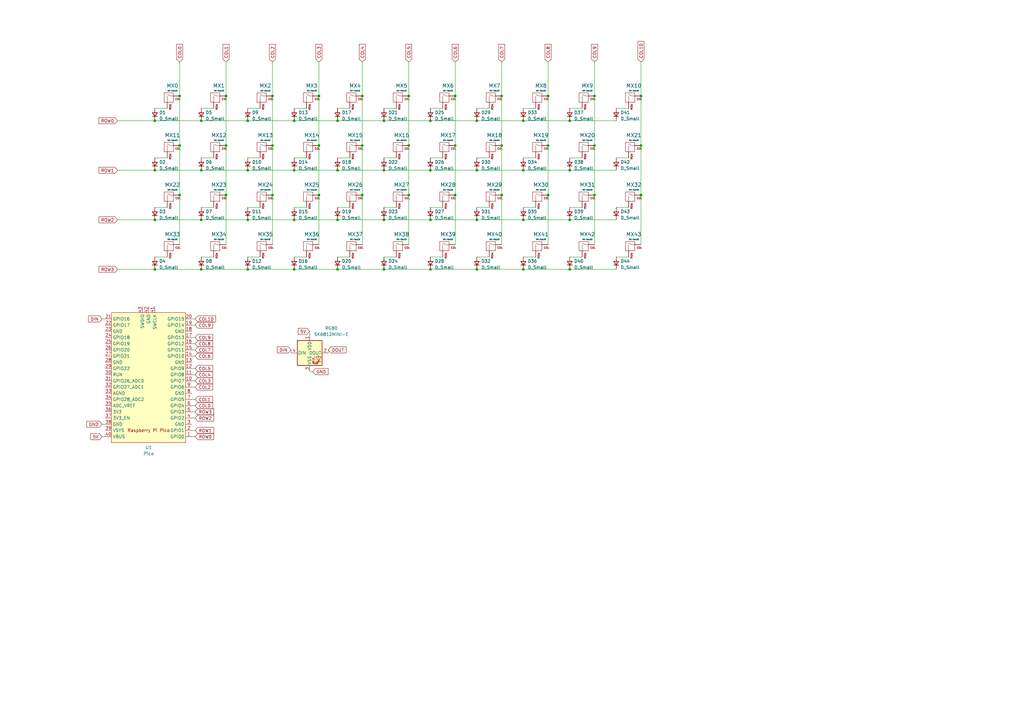
<source format=kicad_sch>
(kicad_sch (version 20211123) (generator eeschema)
  (paper "A3")
  (lib_symbols
    (symbol "Device:D_Small" (pin_numbers hide) (pin_names (offset 0.254) hide)
      (property "Reference" "D" (at -1.27 2.032 0))
      (property "Value" "D_Small" (at -3.81 -2.032 0))
      (symbol "D_Small_0_1"
        (polyline (pts (xy -0.762 -1.016) (xy -0.762 1.016)) (stroke (width 0.254)))
        (polyline (pts (xy -0.762 0) (xy 0.762 0)))
        (polyline (pts (xy 0.762 -1.016) (xy -0.762 0) (xy 0.762 1.016) (xy 0.762 -1.016)) (stroke (width 0.254)))
      )
      (symbol "D_Small_1_1"
        (pin passive line (at -2.54 0 0) (length 1.778) (name "K") (number "1"))
        (pin passive line (at 2.54 0 180) (length 1.778) (name "A") (number "2"))
      )
    )
    (symbol "MCU_RaspberryPi_and_Boards:Pico"
      (property "Reference" "U" (at -13.97 27.94 0))
      (property "Value" "Pico" (at 0 19.05 0))
      (symbol "Pico_0_0"
        (text "Raspberry Pi Pico" (at 0 21.59 0) (effects (font (size 1.27 1.27))))
      )
      (symbol "Pico_0_1"
        (rectangle (start -15.24 26.67) (end 15.24 -26.67) (fill (type background)))
      )
      (symbol "Pico_1_1"
        (pin bidirectional line (at -17.78 24.13 0) (length 2.54) (name "GPIO0") (number "1"))
        (pin bidirectional line (at -17.78 1.27 0) (length 2.54) (name "GPIO7") (number "10"))
        (pin bidirectional line (at -17.78 -1.27 0) (length 2.54) (name "GPIO8") (number "11"))
        (pin bidirectional line (at -17.78 -3.81 0) (length 2.54) (name "GPIO9") (number "12"))
        (pin power_in line (at -17.78 -6.35 0) (length 2.54) (name "GND") (number "13"))
        (pin bidirectional line (at -17.78 -8.89 0) (length 2.54) (name "GPIO10") (number "14"))
        (pin bidirectional line (at -17.78 -11.43 0) (length 2.54) (name "GPIO11") (number "15"))
        (pin bidirectional line (at -17.78 -13.97 0) (length 2.54) (name "GPIO12") (number "16"))
        (pin bidirectional line (at -17.78 -16.51 0) (length 2.54) (name "GPIO13") (number "17"))
        (pin power_in line (at -17.78 -19.05 0) (length 2.54) (name "GND") (number "18"))
        (pin bidirectional line (at -17.78 -21.59 0) (length 2.54) (name "GPIO14") (number "19"))
        (pin bidirectional line (at -17.78 21.59 0) (length 2.54) (name "GPIO1") (number "2"))
        (pin bidirectional line (at -17.78 -24.13 0) (length 2.54) (name "GPIO15") (number "20"))
        (pin bidirectional line (at 17.78 -24.13 180) (length 2.54) (name "GPIO16") (number "21"))
        (pin bidirectional line (at 17.78 -21.59 180) (length 2.54) (name "GPIO17") (number "22"))
        (pin power_in line (at 17.78 -19.05 180) (length 2.54) (name "GND") (number "23"))
        (pin bidirectional line (at 17.78 -16.51 180) (length 2.54) (name "GPIO18") (number "24"))
        (pin bidirectional line (at 17.78 -13.97 180) (length 2.54) (name "GPIO19") (number "25"))
        (pin bidirectional line (at 17.78 -11.43 180) (length 2.54) (name "GPIO20") (number "26"))
        (pin bidirectional line (at 17.78 -8.89 180) (length 2.54) (name "GPIO21") (number "27"))
        (pin power_in line (at 17.78 -6.35 180) (length 2.54) (name "GND") (number "28"))
        (pin bidirectional line (at 17.78 -3.81 180) (length 2.54) (name "GPIO22") (number "29"))
        (pin power_in line (at -17.78 19.05 0) (length 2.54) (name "GND") (number "3"))
        (pin input line (at 17.78 -1.27 180) (length 2.54) (name "RUN") (number "30"))
        (pin bidirectional line (at 17.78 1.27 180) (length 2.54) (name "GPIO26_ADC0") (number "31"))
        (pin bidirectional line (at 17.78 3.81 180) (length 2.54) (name "GPIO27_ADC1") (number "32"))
        (pin power_in line (at 17.78 6.35 180) (length 2.54) (name "AGND") (number "33"))
        (pin bidirectional line (at 17.78 8.89 180) (length 2.54) (name "GPIO28_ADC2") (number "34"))
        (pin power_in line (at 17.78 11.43 180) (length 2.54) (name "ADC_VREF") (number "35"))
        (pin power_in line (at 17.78 13.97 180) (length 2.54) (name "3V3") (number "36"))
        (pin input line (at 17.78 16.51 180) (length 2.54) (name "3V3_EN") (number "37"))
        (pin bidirectional line (at 17.78 19.05 180) (length 2.54) (name "GND") (number "38"))
        (pin power_in line (at 17.78 21.59 180) (length 2.54) (name "VSYS") (number "39"))
        (pin bidirectional line (at -17.78 16.51 0) (length 2.54) (name "GPIO2") (number "4"))
        (pin power_in line (at 17.78 24.13 180) (length 2.54) (name "VBUS") (number "40"))
        (pin input line (at -2.54 -29.21 90) (length 2.54) (name "SWCLK") (number "41"))
        (pin power_in line (at 0 -29.21 90) (length 2.54) (name "GND") (number "42"))
        (pin bidirectional line (at 2.54 -29.21 90) (length 2.54) (name "SWDIO") (number "43"))
        (pin bidirectional line (at -17.78 13.97 0) (length 2.54) (name "GPIO3") (number "5"))
        (pin bidirectional line (at -17.78 11.43 0) (length 2.54) (name "GPIO4") (number "6"))
        (pin bidirectional line (at -17.78 8.89 0) (length 2.54) (name "GPIO5") (number "7"))
        (pin power_in line (at -17.78 6.35 0) (length 2.54) (name "GND") (number "8"))
        (pin bidirectional line (at -17.78 3.81 0) (length 2.54) (name "GPIO6") (number "9"))
      )
    )
    (symbol "MX_Alps_Hybrid:MX-NoLED" (pin_names (offset 1.016))
      (property "Reference" "MX" (at -0.635 3.81 0))
      (property "Value" "MX-NoLED" (at -0.635 1.27 0))
      (symbol "MX-NoLED_0_0"
        (rectangle (start -2.54 2.54) (end 1.27 -1.27))
        (polyline (pts (xy -1.27 -1.27) (xy -1.27 1.27)) (stroke (width 0.127)))
        (polyline (pts (xy 1.27 1.27) (xy 0 1.27) (xy -1.27 1.905)) (stroke (width 0.127)))
        (text "COL" (at 3.175 0 0) (effects (font (size 0.762 0.762))))
        (text "ROW" (at 0 -1.905 900) (effects (font (size 0.762 0.762)) (justify right)))
      )
      (symbol "MX-NoLED_1_1"
        (pin passive line (at 3.81 1.27 180) (length 2.54) (name "COL") (number "1"))
        (pin passive line (at -1.27 -3.81 90) (length 2.54) (name "ROW") (number "2"))
      )
    )
    (symbol "kicad-keyboard-parts:SK6812MINI-E" (pin_names (offset 0.254))
      (property "Reference" "D" (at 5.08 5.715 0))
      (property "Value" "SK6812MINI-E" (at 1.27 -5.715 0))
      (symbol "SK6812MINI-E_0_0"
        (text "RGB" (at 2.286 -4.191 0) (effects (font (size 0.762 0.762))))
      )
      (symbol "SK6812MINI-E_0_1"
        (polyline (pts (xy 1.27 -3.556) (xy 1.778 -3.556)))
        (polyline (pts (xy 1.27 -2.54) (xy 1.778 -2.54)))
        (polyline (pts (xy 4.699 -3.556) (xy 2.667 -3.556)))
        (polyline (pts (xy 2.286 -2.54) (xy 1.27 -3.556) (xy 1.27 -3.048)))
        (polyline (pts (xy 2.286 -1.524) (xy 1.27 -2.54) (xy 1.27 -2.032)))
        (polyline (pts (xy 3.683 -1.016) (xy 3.683 -3.556) (xy 3.683 -4.064)))
        (polyline (pts (xy 4.699 -1.524) (xy 2.667 -1.524) (xy 3.683 -3.556) (xy 4.699 -1.524)))
        (rectangle (start 5.08 5.08) (end -5.08 -5.08) (stroke (width 0.254)) (fill (type background)))
      )
      (symbol "SK6812MINI-E_1_1"
        (pin power_in line (at 0 7.62 270) (length 2.54) (name "VDD") (number "1"))
        (pin output line (at 7.62 0 180) (length 2.54) (name "DOUT") (number "2"))
        (pin power_in line (at 0 -7.62 90) (length 2.54) (name "VSS") (number "3"))
        (pin input line (at -7.62 0 0) (length 2.54) (name "DIN") (number "4"))
      )
    )
  )
  (junction (at 224.79 80.01))
  (junction (at 63.5 90.17))
  (junction (at 224.79 59.69))
  (junction (at 243.84 59.69))
  (junction (at 195.58 110.49))
  (junction (at 205.74 80.01))
  (junction (at 148.59 59.69))
  (junction (at 63.5 69.85))
  (junction (at 167.64 59.69))
  (junction (at 92.71 39.37))
  (junction (at 130.81 80.01))
  (junction (at 157.48 49.53))
  (junction (at 233.68 49.53))
  (junction (at 138.43 49.53))
  (junction (at 157.48 110.49))
  (junction (at 120.65 110.49))
  (junction (at 176.53 49.53))
  (junction (at 186.69 59.69))
  (junction (at 63.5 110.49))
  (junction (at 63.5 49.53))
  (junction (at 73.66 39.37))
  (junction (at 243.84 80.01))
  (junction (at 195.58 49.53))
  (junction (at 138.43 110.49))
  (junction (at 82.55 90.17))
  (junction (at 111.76 39.37))
  (junction (at 167.64 80.01))
  (junction (at 111.76 80.01))
  (junction (at 101.6 69.85))
  (junction (at 138.43 69.85))
  (junction (at 120.65 90.17))
  (junction (at 101.6 49.53))
  (junction (at 186.69 39.37))
  (junction (at 130.81 39.37))
  (junction (at 262.89 59.69))
  (junction (at 233.68 90.17))
  (junction (at 214.63 49.53))
  (junction (at 233.68 110.49))
  (junction (at 224.79 39.37))
  (junction (at 176.53 110.49))
  (junction (at 214.63 90.17))
  (junction (at 176.53 69.85))
  (junction (at 82.55 110.49))
  (junction (at 195.58 69.85))
  (junction (at 111.76 59.69))
  (junction (at 73.66 80.01))
  (junction (at 138.43 90.17))
  (junction (at 233.68 69.85))
  (junction (at 120.65 69.85))
  (junction (at 157.48 69.85))
  (junction (at 130.81 59.69))
  (junction (at 148.59 39.37))
  (junction (at 82.55 49.53))
  (junction (at 205.74 59.69))
  (junction (at 92.71 59.69))
  (junction (at 186.69 80.01))
  (junction (at 120.65 49.53))
  (junction (at 101.6 110.49))
  (junction (at 167.64 39.37))
  (junction (at 243.84 39.37))
  (junction (at 82.55 69.85))
  (junction (at 148.59 80.01))
  (junction (at 205.74 39.37))
  (junction (at 92.71 80.01))
  (junction (at 214.63 69.85))
  (junction (at 195.58 90.17))
  (junction (at 262.89 80.01))
  (junction (at 214.63 110.49))
  (junction (at 157.48 90.17))
  (junction (at 101.6 90.17))
  (junction (at 262.89 39.37))
  (junction (at 73.66 59.69))
  (junction (at 176.53 90.17))
  (wire (pts (xy 82.55 85.09) (xy 87.63 85.09)))
  (wire (pts (xy 157.48 105.41) (xy 162.56 105.41)))
  (wire (pts (xy 214.63 64.77) (xy 219.71 64.77)))
  (wire (pts (xy 120.65 110.49) (xy 138.43 110.49)))
  (wire (pts (xy 195.58 64.77) (xy 200.66 64.77)))
  (wire (pts (xy 205.74 80.01) (xy 205.74 59.69)))
  (wire (pts (xy 167.64 25.4) (xy 167.64 39.37)))
  (wire (pts (xy 224.79 39.37) (xy 224.79 59.69)))
  (wire (pts (xy 195.58 85.09) (xy 200.66 85.09)))
  (wire (pts (xy 186.69 39.37) (xy 186.69 59.69)))
  (wire (pts (xy 233.68 105.41) (xy 238.76 105.41)))
  (wire (pts (xy 120.65 44.45) (xy 125.73 44.45)))
  (wire (pts (xy 63.5 49.53) (xy 82.55 49.53)))
  (wire (pts (xy 224.79 25.4) (xy 224.79 39.37)))
  (wire (pts (xy 157.48 69.85) (xy 176.53 69.85)))
  (wire (pts (xy 186.69 80.01) (xy 186.69 100.33)))
  (wire (pts (xy 63.5 110.49) (xy 82.55 110.49)))
  (wire (pts (xy 195.58 90.17) (xy 214.63 90.17)))
  (wire (pts (xy 176.53 64.77) (xy 181.61 64.77)))
  (wire (pts (xy 138.43 49.53) (xy 157.48 49.53)))
  (wire (pts (xy 78.74 153.67) (xy 80.01 153.67)))
  (wire (pts (xy 120.65 49.53) (xy 138.43 49.53)))
  (wire (pts (xy 176.53 85.09) (xy 181.61 85.09)))
  (wire (pts (xy 195.58 44.45) (xy 200.66 44.45)))
  (wire (pts (xy 157.48 64.77) (xy 162.56 64.77)))
  (wire (pts (xy 78.74 156.21) (xy 80.01 156.21)))
  (wire (pts (xy 214.63 105.41) (xy 219.71 105.41)))
  (wire (pts (xy 233.68 64.77) (xy 238.76 64.77)))
  (wire (pts (xy 101.6 44.45) (xy 106.68 44.45)))
  (wire (pts (xy 82.55 49.53) (xy 101.6 49.53)))
  (wire (pts (xy 243.84 80.01) (xy 243.84 100.33)))
  (wire (pts (xy 262.89 25.4) (xy 262.89 39.37)))
  (wire (pts (xy 252.73 44.45) (xy 257.81 44.45)))
  (wire (pts (xy 148.59 80.01) (xy 148.59 100.33)))
  (wire (pts (xy 111.76 59.69) (xy 111.76 80.01)))
  (wire (pts (xy 82.55 64.77) (xy 87.63 64.77)))
  (wire (pts (xy 138.43 90.17) (xy 157.48 90.17)))
  (wire (pts (xy 101.6 69.85) (xy 120.65 69.85)))
  (wire (pts (xy 138.43 64.77) (xy 143.51 64.77)))
  (wire (pts (xy 111.76 25.4) (xy 111.76 39.37)))
  (wire (pts (xy 176.53 90.17) (xy 195.58 90.17)))
  (wire (pts (xy 186.69 59.69) (xy 186.69 80.01)))
  (wire (pts (xy 48.26 110.49) (xy 63.5 110.49)))
  (wire (pts (xy 128.27 152.4) (xy 127 152.4)))
  (wire (pts (xy 176.53 44.45) (xy 181.61 44.45)))
  (wire (pts (xy 73.66 59.69) (xy 73.66 80.01)))
  (wire (pts (xy 262.89 59.69) (xy 262.89 80.01)))
  (wire (pts (xy 63.5 64.77) (xy 68.58 64.77)))
  (wire (pts (xy 148.59 39.37) (xy 148.59 59.69)))
  (wire (pts (xy 243.84 25.4) (xy 243.84 39.37)))
  (wire (pts (xy 224.79 80.01) (xy 224.79 100.33)))
  (wire (pts (xy 157.48 44.45) (xy 162.56 44.45)))
  (wire (pts (xy 82.55 110.49) (xy 101.6 110.49)))
  (wire (pts (xy 214.63 90.17) (xy 233.68 90.17)))
  (wire (pts (xy 252.73 85.09) (xy 257.81 85.09)))
  (wire (pts (xy 130.81 39.37) (xy 130.81 59.69)))
  (wire (pts (xy 205.74 59.69) (xy 205.74 39.37)))
  (wire (pts (xy 134.62 143.51) (xy 134.62 144.78)))
  (wire (pts (xy 63.5 85.09) (xy 68.58 85.09)))
  (wire (pts (xy 130.81 80.01) (xy 130.81 100.33)))
  (wire (pts (xy 120.65 64.77) (xy 125.73 64.77)))
  (wire (pts (xy 176.53 69.85) (xy 195.58 69.85)))
  (wire (pts (xy 262.89 80.01) (xy 262.89 100.33)))
  (wire (pts (xy 130.81 25.4) (xy 130.81 39.37)))
  (wire (pts (xy 176.53 110.49) (xy 195.58 110.49)))
  (wire (pts (xy 233.68 90.17) (xy 252.73 90.17)))
  (wire (pts (xy 92.71 80.01) (xy 92.71 100.33)))
  (wire (pts (xy 243.84 59.69) (xy 243.84 80.01)))
  (wire (pts (xy 157.48 90.17) (xy 176.53 90.17)))
  (wire (pts (xy 233.68 49.53) (xy 252.73 49.53)))
  (wire (pts (xy 48.26 69.85) (xy 63.5 69.85)))
  (wire (pts (xy 205.74 100.33) (xy 205.74 80.01)))
  (wire (pts (xy 252.73 64.77) (xy 257.81 64.77)))
  (wire (pts (xy 252.73 105.41) (xy 257.81 105.41)))
  (wire (pts (xy 120.65 90.17) (xy 138.43 90.17)))
  (wire (pts (xy 78.74 168.91) (xy 80.01 168.91)))
  (wire (pts (xy 130.81 59.69) (xy 130.81 80.01)))
  (wire (pts (xy 73.66 80.01) (xy 73.66 100.33)))
  (wire (pts (xy 101.6 90.17) (xy 120.65 90.17)))
  (wire (pts (xy 82.55 69.85) (xy 101.6 69.85)))
  (wire (pts (xy 78.74 151.13) (xy 80.01 151.13)))
  (wire (pts (xy 233.68 69.85) (xy 252.73 69.85)))
  (wire (pts (xy 205.74 39.37) (xy 205.74 25.4)))
  (wire (pts (xy 78.74 176.53) (xy 80.01 176.53)))
  (wire (pts (xy 78.74 130.81) (xy 80.01 130.81)))
  (wire (pts (xy 41.91 173.99) (xy 43.18 173.99)))
  (wire (pts (xy 92.71 39.37) (xy 92.71 59.69)))
  (wire (pts (xy 48.26 49.53) (xy 63.5 49.53)))
  (wire (pts (xy 78.74 163.83) (xy 80.01 163.83)))
  (wire (pts (xy 92.71 25.4) (xy 92.71 39.37)))
  (wire (pts (xy 78.74 166.37) (xy 80.01 166.37)))
  (wire (pts (xy 157.48 49.53) (xy 176.53 49.53)))
  (wire (pts (xy 243.84 39.37) (xy 243.84 59.69)))
  (wire (pts (xy 73.66 25.4) (xy 73.66 39.37)))
  (wire (pts (xy 214.63 110.49) (xy 233.68 110.49)))
  (wire (pts (xy 78.74 133.35) (xy 80.01 133.35)))
  (wire (pts (xy 120.65 69.85) (xy 138.43 69.85)))
  (wire (pts (xy 148.59 59.69) (xy 148.59 80.01)))
  (wire (pts (xy 41.91 130.81) (xy 43.18 130.81)))
  (wire (pts (xy 63.5 105.41) (xy 68.58 105.41)))
  (wire (pts (xy 262.89 39.37) (xy 262.89 59.69)))
  (wire (pts (xy 111.76 39.37) (xy 111.76 59.69)))
  (wire (pts (xy 92.71 59.69) (xy 92.71 80.01)))
  (wire (pts (xy 120.65 85.09) (xy 125.73 85.09)))
  (wire (pts (xy 138.43 105.41) (xy 143.51 105.41)))
  (wire (pts (xy 214.63 44.45) (xy 219.71 44.45)))
  (wire (pts (xy 101.6 64.77) (xy 106.68 64.77)))
  (wire (pts (xy 41.91 179.07) (xy 43.18 179.07)))
  (wire (pts (xy 138.43 85.09) (xy 143.51 85.09)))
  (wire (pts (xy 78.74 138.43) (xy 80.01 138.43)))
  (wire (pts (xy 78.74 146.05) (xy 80.01 146.05)))
  (wire (pts (xy 119.38 143.51) (xy 119.38 144.78)))
  (wire (pts (xy 48.26 90.17) (xy 63.5 90.17)))
  (wire (pts (xy 127 135.89) (xy 127 137.16)))
  (wire (pts (xy 157.48 85.09) (xy 162.56 85.09)))
  (wire (pts (xy 78.74 143.51) (xy 80.01 143.51)))
  (wire (pts (xy 101.6 49.53) (xy 120.65 49.53)))
  (wire (pts (xy 78.74 171.45) (xy 80.01 171.45)))
  (wire (pts (xy 120.65 105.41) (xy 125.73 105.41)))
  (wire (pts (xy 195.58 110.49) (xy 214.63 110.49)))
  (wire (pts (xy 176.53 105.41) (xy 181.61 105.41)))
  (wire (pts (xy 138.43 44.45) (xy 143.51 44.45)))
  (wire (pts (xy 157.48 110.49) (xy 176.53 110.49)))
  (wire (pts (xy 224.79 59.69) (xy 224.79 80.01)))
  (wire (pts (xy 233.68 44.45) (xy 238.76 44.45)))
  (wire (pts (xy 233.68 110.49) (xy 252.73 110.49)))
  (wire (pts (xy 176.53 49.53) (xy 195.58 49.53)))
  (wire (pts (xy 82.55 90.17) (xy 101.6 90.17)))
  (wire (pts (xy 78.74 179.07) (xy 80.01 179.07)))
  (wire (pts (xy 195.58 105.41) (xy 200.66 105.41)))
  (wire (pts (xy 138.43 69.85) (xy 157.48 69.85)))
  (wire (pts (xy 167.64 80.01) (xy 167.64 100.33)))
  (wire (pts (xy 101.6 105.41) (xy 106.68 105.41)))
  (wire (pts (xy 73.66 39.37) (xy 73.66 59.69)))
  (wire (pts (xy 186.69 25.4) (xy 186.69 39.37)))
  (wire (pts (xy 167.64 59.69) (xy 167.64 80.01)))
  (wire (pts (xy 233.68 85.09) (xy 238.76 85.09)))
  (wire (pts (xy 101.6 85.09) (xy 106.68 85.09)))
  (wire (pts (xy 195.58 49.53) (xy 214.63 49.53)))
  (wire (pts (xy 214.63 49.53) (xy 233.68 49.53)))
  (wire (pts (xy 78.74 140.97) (xy 80.01 140.97)))
  (wire (pts (xy 214.63 69.85) (xy 233.68 69.85)))
  (wire (pts (xy 63.5 69.85) (xy 82.55 69.85)))
  (wire (pts (xy 82.55 105.41) (xy 87.63 105.41)))
  (wire (pts (xy 195.58 69.85) (xy 214.63 69.85)))
  (wire (pts (xy 78.74 158.75) (xy 80.01 158.75)))
  (wire (pts (xy 63.5 44.45) (xy 68.58 44.45)))
  (wire (pts (xy 214.63 85.09) (xy 219.71 85.09)))
  (wire (pts (xy 101.6 110.49) (xy 120.65 110.49)))
  (wire (pts (xy 148.59 25.4) (xy 148.59 39.37)))
  (wire (pts (xy 82.55 44.45) (xy 87.63 44.45)))
  (wire (pts (xy 63.5 90.17) (xy 82.55 90.17)))
  (wire (pts (xy 138.43 110.49) (xy 157.48 110.49)))
  (wire (pts (xy 167.64 39.37) (xy 167.64 59.69)))
  (wire (pts (xy 111.76 80.01) (xy 111.76 100.33)))
  (global_label "COL2" (shape input) (at 111.76 25.4 90) (property "Intersheet References" "${INTERSHEET_REFS}" (effects hide)))
  (global_label "COL4" (shape input) (at 80.01 153.67 0) (property "Intersheet References" "${INTERSHEET_REFS}" (effects hide)))
  (global_label "COL7" (shape input) (at 205.74 25.4 90) (property "Intersheet References" "${INTERSHEET_REFS}" (effects hide)))
  (global_label "DOUT" (shape input) (at 134.62 143.51 0) (property "Intersheet References" "${INTERSHEET_REFS}" (effects hide)))
  (global_label "ROW2" (shape input) (at 80.01 171.45 0) (property "Intersheet References" "${INTERSHEET_REFS}" (effects hide)))
  (global_label "COL1" (shape input) (at 80.01 163.83 0) (property "Intersheet References" "${INTERSHEET_REFS}" (effects hide)))
  (global_label "COL1" (shape input) (at 92.71 25.4 90) (property "Intersheet References" "${INTERSHEET_REFS}" (effects hide)))
  (global_label "GND" (shape input) (at 41.91 173.99 180) (property "Intersheet References" "${INTERSHEET_REFS}" (effects hide)))
  (global_label "COL6" (shape input) (at 80.01 146.05 0) (property "Intersheet References" "${INTERSHEET_REFS}" (effects hide)))
  (global_label "5V" (shape input) (at 127 135.89 180) (property "Intersheet References" "${INTERSHEET_REFS}" (effects hide)))
  (global_label "COL9" (shape input) (at 243.84 25.4 90) (property "Intersheet References" "${INTERSHEET_REFS}" (effects hide)))
  (global_label "COL9" (shape input) (at 80.01 133.35 0) (property "Intersheet References" "${INTERSHEET_REFS}" (effects hide)))
  (global_label "COL3" (shape input) (at 130.81 25.4 90) (property "Intersheet References" "${INTERSHEET_REFS}" (effects hide)))
  (global_label "ROW0" (shape input) (at 48.26 49.53 180) (property "Intersheet References" "${INTERSHEET_REFS}" (effects hide)))
  (global_label "DIN" (shape input) (at 41.91 130.81 180) (property "Intersheet References" "${INTERSHEET_REFS}" (effects hide)))
  (global_label "COL2" (shape input) (at 80.01 158.75 0) (property "Intersheet References" "${INTERSHEET_REFS}" (effects hide)))
  (global_label "COL10" (shape input) (at 262.89 25.4 90) (property "Intersheet References" "${INTERSHEET_REFS}" (effects hide)))
  (global_label "COL9" (shape input) (at 80.01 138.43 0) (property "Intersheet References" "${INTERSHEET_REFS}" (effects hide)))
  (global_label "COL5" (shape input) (at 80.01 151.13 0) (property "Intersheet References" "${INTERSHEET_REFS}" (effects hide)))
  (global_label "COL8" (shape input) (at 80.01 140.97 0) (property "Intersheet References" "${INTERSHEET_REFS}" (effects hide)))
  (global_label "COL4" (shape input) (at 148.59 25.4 90) (property "Intersheet References" "${INTERSHEET_REFS}" (effects hide)))
  (global_label "COL5" (shape input) (at 167.64 25.4 90) (property "Intersheet References" "${INTERSHEET_REFS}" (effects hide)))
  (global_label "5V" (shape input) (at 41.91 179.07 180) (property "Intersheet References" "${INTERSHEET_REFS}" (effects hide)))
  (global_label "COL0" (shape input) (at 73.66 25.4 90) (property "Intersheet References" "${INTERSHEET_REFS}" (effects hide)))
  (global_label "ROW0" (shape input) (at 80.01 179.07 0) (property "Intersheet References" "${INTERSHEET_REFS}" (effects hide)))
  (global_label "ROW3" (shape input) (at 48.26 110.49 180) (property "Intersheet References" "${INTERSHEET_REFS}" (effects hide)))
  (global_label "COL3" (shape input) (at 80.01 156.21 0) (property "Intersheet References" "${INTERSHEET_REFS}" (effects hide)))
  (global_label "COL8" (shape input) (at 224.79 25.4 90) (property "Intersheet References" "${INTERSHEET_REFS}" (effects hide)))
  (global_label "GND" (shape input) (at 128.27 152.4 0) (property "Intersheet References" "${INTERSHEET_REFS}" (effects hide)))
  (global_label "COL10" (shape input) (at 80.01 130.81 0) (property "Intersheet References" "${INTERSHEET_REFS}" (effects hide)))
  (global_label "COL0" (shape input) (at 80.01 166.37 0) (property "Intersheet References" "${INTERSHEET_REFS}" (effects hide)))
  (global_label "ROW3" (shape input) (at 80.01 168.91 0) (property "Intersheet References" "${INTERSHEET_REFS}" (effects hide)))
  (global_label "DIN" (shape input) (at 119.38 143.51 180) (property "Intersheet References" "${INTERSHEET_REFS}" (effects hide)))
  (global_label "ROW2" (shape input) (at 48.26 90.17 180) (property "Intersheet References" "${INTERSHEET_REFS}" (effects hide)))
  (global_label "COL7" (shape input) (at 80.01 143.51 0) (property "Intersheet References" "${INTERSHEET_REFS}" (effects hide)))
  (global_label "ROW1" (shape input) (at 80.01 176.53 0) (property "Intersheet References" "${INTERSHEET_REFS}" (effects hide)))
  (global_label "ROW1" (shape input) (at 48.26 69.85 180) (property "Intersheet References" "${INTERSHEET_REFS}" (effects hide)))
  (global_label "COL6" (shape input) (at 186.69 25.4 90) (property "Intersheet References" "${INTERSHEET_REFS}" (effects hide)))
  (symbol (lib_id "Device:D_Small") (at 101.6 46.99 90) (unit 1)
    (property "Reference" "D9" (at 103.378 46.1553 90) (effects (justify right)))
    (property "Value" "D_Small" (at 103.378 48.6922 90) (effects (justify right)))
    (property "Footprint" "Diode_THT:D_DO-35_SOD27_P10.16mm_Horizontal" (effects hide))
  )
  (symbol (lib_id "Device:D_Small") (at 157.48 46.99 90) (unit 1)
    (property "Reference" "D21" (at 159.258 46.1553 90) (effects (justify right)))
    (property "Value" "D_Small" (at 159.258 48.6922 90) (effects (justify right)))
    (property "Footprint" "Diode_THT:D_DO-35_SOD27_P10.16mm_Horizontal" (effects hide))
  )
  (symbol (lib_id "MX_Alps_Hybrid:MX-NoLED") (at 201.93 101.6 0) (unit 1)
    (property "Reference" "MX40" (at 202.8156 96.1083 0) (effects (font (size 1.524 1.524))))
    (property "Value" "MX-NoLED" (at 202.8156 98.1885 0) (effects (font (size 0.508 0.508))))
    (property "Footprint" "keyswitches:Kailh_socket_MX" (effects hide))
  )
  (symbol (lib_id "Device:D_Small") (at 195.58 46.99 90) (unit 1)
    (property "Reference" "D29" (at 197.358 46.1553 90) (effects (justify right)))
    (property "Value" "D_Small" (at 197.358 48.6922 90) (effects (justify right)))
    (property "Footprint" "Diode_THT:D_DO-35_SOD27_P10.16mm_Horizontal" (effects hide))
  )
  (symbol (lib_id "Device:D_Small") (at 101.6 87.63 90) (unit 1)
    (property "Reference" "D11" (at 103.378 86.7953 90) (effects (justify right)))
    (property "Value" "D_Small" (at 103.378 89.3322 90) (effects (justify right)))
    (property "Footprint" "Diode_THT:D_DO-35_SOD27_P10.16mm_Horizontal" (effects hide))
  )
  (symbol (lib_id "MX_Alps_Hybrid:MX-NoLED") (at 107.95 81.28 0) (unit 1)
    (property "Reference" "MX24" (at 108.8356 75.7883 0) (effects (font (size 1.524 1.524))))
    (property "Value" "MX-NoLED" (at 108.8356 77.8685 0) (effects (font (size 0.508 0.508))))
    (property "Footprint" "keyswitches:Kailh_socket_MX" (effects hide))
  )
  (symbol (lib_id "kicad-keyboard-parts:SK6812MINI-E") (at 127 144.78 0) (unit 1)
    (property "Reference" "RGB0" (at 135.89 134.6231 0))
    (property "Value" "SK6812MINI-E" (at 135.89 137.16 0))
    (property "Footprint" "kicad-keyboard-parts:MX_SK6812MINI-E" (effects hide))
    (property "Datasheet" "https://cdn-shop.adafruit.com/product-files/2686/SK6812MINI_REV.01-1-2.pdf" (effects hide))
  )
  (symbol (lib_id "Device:D_Small") (at 120.65 87.63 90) (unit 1)
    (property "Reference" "D15" (at 122.428 86.7953 90) (effects (justify right)))
    (property "Value" "D_Small" (at 122.428 89.3322 90) (effects (justify right)))
    (property "Footprint" "Diode_THT:D_DO-35_SOD27_P10.16mm_Horizontal" (effects hide))
  )
  (symbol (lib_id "Device:D_Small") (at 214.63 67.31 90) (unit 1)
    (property "Reference" "D34" (at 216.408 66.4753 90) (effects (justify right)))
    (property "Value" "D_Small" (at 216.408 69.0122 90) (effects (justify right)))
    (property "Footprint" "Diode_THT:D_DO-35_SOD27_P10.16mm_Horizontal" (effects hide))
  )
  (symbol (lib_id "MX_Alps_Hybrid:MX-NoLED") (at 259.08 40.64 0) (unit 1)
    (property "Reference" "MX10" (at 259.9656 35.1483 0) (effects (font (size 1.524 1.524))))
    (property "Value" "MX-NoLED" (at 259.9656 37.2285 0) (effects (font (size 0.508 0.508))))
    (property "Footprint" "keyswitches:Kailh_socket_MX" (effects hide))
  )
  (symbol (lib_id "MX_Alps_Hybrid:MX-NoLED") (at 127 60.96 0) (unit 1)
    (property "Reference" "MX14" (at 127.8856 55.4683 0) (effects (font (size 1.524 1.524))))
    (property "Value" "MX-NoLED" (at 127.8856 57.5485 0) (effects (font (size 0.508 0.508))))
    (property "Footprint" "keyswitches:Kailh_socket_MX" (effects hide))
  )
  (symbol (lib_id "Device:D_Small") (at 176.53 67.31 90) (unit 1)
    (property "Reference" "D26" (at 178.308 66.4753 90) (effects (justify right)))
    (property "Value" "D_Small" (at 178.308 69.0122 90) (effects (justify right)))
    (property "Footprint" "Diode_THT:D_DO-35_SOD27_P10.16mm_Horizontal" (effects hide))
  )
  (symbol (lib_id "MX_Alps_Hybrid:MX-NoLED") (at 220.98 101.6 0) (unit 1)
    (property "Reference" "MX41" (at 221.8656 96.1083 0) (effects (font (size 1.524 1.524))))
    (property "Value" "MX-NoLED" (at 221.8656 98.1885 0) (effects (font (size 0.508 0.508))))
    (property "Footprint" "keyswitches:Kailh_socket_MX" (effects hide))
  )
  (symbol (lib_id "Device:D_Small") (at 63.5 67.31 90) (unit 1)
    (property "Reference" "D2" (at 65.278 66.4753 90) (effects (justify right)))
    (property "Value" "D_Small" (at 65.278 69.0122 90) (effects (justify right)))
    (property "Footprint" "Diode_THT:D_DO-35_SOD27_P10.16mm_Horizontal" (effects hide))
  )
  (symbol (lib_id "Device:D_Small") (at 82.55 107.95 90) (unit 1)
    (property "Reference" "D8" (at 84.328 107.1153 90) (effects (justify right)))
    (property "Value" "D_Small" (at 84.328 109.6522 90) (effects (justify right)))
    (property "Footprint" "Diode_THT:D_DO-35_SOD27_P10.16mm_Horizontal" (effects hide))
  )
  (symbol (lib_id "MX_Alps_Hybrid:MX-NoLED") (at 259.08 101.6 0) (unit 1)
    (property "Reference" "MX43" (at 259.9656 96.1083 0) (effects (font (size 1.524 1.524))))
    (property "Value" "MX-NoLED" (at 259.9656 98.1885 0) (effects (font (size 0.508 0.508))))
    (property "Footprint" "keyswitches:Kailh_socket_MX" (effects hide))
  )
  (symbol (lib_id "MX_Alps_Hybrid:MX-NoLED") (at 107.95 101.6 0) (unit 1)
    (property "Reference" "MX35" (at 108.8356 96.1083 0) (effects (font (size 1.524 1.524))))
    (property "Value" "MX-NoLED" (at 108.8356 98.1885 0) (effects (font (size 0.508 0.508))))
    (property "Footprint" "keyswitches:Kailh_socket_MX" (effects hide))
  )
  (symbol (lib_id "Device:D_Small") (at 195.58 67.31 90) (unit 1)
    (property "Reference" "D30" (at 197.358 66.4753 90) (effects (justify right)))
    (property "Value" "D_Small" (at 197.358 69.0122 90) (effects (justify right)))
    (property "Footprint" "Diode_THT:D_DO-35_SOD27_P10.16mm_Horizontal" (effects hide))
  )
  (symbol (lib_id "MX_Alps_Hybrid:MX-NoLED") (at 107.95 40.64 0) (unit 1)
    (property "Reference" "MX2" (at 108.8356 35.1483 0) (effects (font (size 1.524 1.524))))
    (property "Value" "MX-NoLED" (at 108.8356 37.2285 0) (effects (font (size 0.508 0.508))))
    (property "Footprint" "keyswitches:Kailh_socket_MX" (effects hide))
  )
  (symbol (lib_id "Device:D_Small") (at 82.55 67.31 90) (unit 1)
    (property "Reference" "D6" (at 84.328 66.4753 90) (effects (justify right)))
    (property "Value" "D_Small" (at 84.328 69.0122 90) (effects (justify right)))
    (property "Footprint" "Diode_THT:D_DO-35_SOD27_P10.16mm_Horizontal" (effects hide))
  )
  (symbol (lib_id "Device:D_Small") (at 82.55 87.63 90) (unit 1)
    (property "Reference" "D7" (at 84.328 86.7953 90) (effects (justify right)))
    (property "Value" "D_Small" (at 84.328 89.3322 90) (effects (justify right)))
    (property "Footprint" "Diode_THT:D_DO-35_SOD27_P10.16mm_Horizontal" (effects hide))
  )
  (symbol (lib_id "MX_Alps_Hybrid:MX-NoLED") (at 220.98 60.96 0) (unit 1)
    (property "Reference" "MX19" (at 221.8656 55.4683 0) (effects (font (size 1.524 1.524))))
    (property "Value" "MX-NoLED" (at 221.8656 57.5485 0) (effects (font (size 0.508 0.508))))
    (property "Footprint" "keyswitches:Kailh_socket_MX" (effects hide))
  )
  (symbol (lib_id "MX_Alps_Hybrid:MX-NoLED") (at 201.93 40.64 0) (unit 1)
    (property "Reference" "MX7" (at 202.8156 35.1483 0) (effects (font (size 1.524 1.524))))
    (property "Value" "MX-NoLED" (at 202.8156 37.2285 0) (effects (font (size 0.508 0.508))))
    (property "Footprint" "keyswitches:Kailh_socket_MX" (effects hide))
  )
  (symbol (lib_id "MX_Alps_Hybrid:MX-NoLED") (at 88.9 60.96 0) (unit 1)
    (property "Reference" "MX12" (at 89.7856 55.4683 0) (effects (font (size 1.524 1.524))))
    (property "Value" "MX-NoLED" (at 89.7856 57.5485 0) (effects (font (size 0.508 0.508))))
    (property "Footprint" "keyswitches:Kailh_socket_MX" (effects hide))
  )
  (symbol (lib_id "Device:D_Small") (at 138.43 87.63 90) (unit 1)
    (property "Reference" "D19" (at 140.208 86.7953 90) (effects (justify right)))
    (property "Value" "D_Small" (at 140.208 89.3322 90) (effects (justify right)))
    (property "Footprint" "Diode_THT:D_DO-35_SOD27_P10.16mm_Horizontal" (effects hide))
  )
  (symbol (lib_id "Device:D_Small") (at 101.6 67.31 90) (unit 1)
    (property "Reference" "D10" (at 103.378 66.4753 90) (effects (justify right)))
    (property "Value" "D_Small" (at 103.378 69.0122 90) (effects (justify right)))
    (property "Footprint" "Diode_THT:D_DO-35_SOD27_P10.16mm_Horizontal" (effects hide))
  )
  (symbol (lib_id "Device:D_Small") (at 233.68 46.99 90) (unit 1)
    (property "Reference" "D37" (at 235.458 46.1553 90) (effects (justify right)))
    (property "Value" "D_Small" (at 235.458 48.6922 90) (effects (justify right)))
    (property "Footprint" "Diode_THT:D_DO-35_SOD27_P10.16mm_Horizontal" (effects hide))
  )
  (symbol (lib_id "MX_Alps_Hybrid:MX-NoLED") (at 182.88 60.96 0) (unit 1)
    (property "Reference" "MX17" (at 183.7656 55.4683 0) (effects (font (size 1.524 1.524))))
    (property "Value" "MX-NoLED" (at 183.7656 57.5485 0) (effects (font (size 0.508 0.508))))
    (property "Footprint" "keyswitches:Kailh_socket_MX" (effects hide))
  )
  (symbol (lib_id "MX_Alps_Hybrid:MX-NoLED") (at 201.93 81.28 0) (unit 1)
    (property "Reference" "MX29" (at 202.8156 75.7883 0) (effects (font (size 1.524 1.524))))
    (property "Value" "MX-NoLED" (at 202.8156 77.8685 0) (effects (font (size 0.508 0.508))))
    (property "Footprint" "keyswitches:Kailh_socket_MX" (effects hide))
  )
  (symbol (lib_id "Device:D_Small") (at 120.65 67.31 90) (unit 1)
    (property "Reference" "D14" (at 122.428 66.4753 90) (effects (justify right)))
    (property "Value" "D_Small" (at 122.428 69.0122 90) (effects (justify right)))
    (property "Footprint" "Diode_THT:D_DO-35_SOD27_P10.16mm_Horizontal" (effects hide))
  )
  (symbol (lib_id "Device:D_Small") (at 138.43 67.31 90) (unit 1)
    (property "Reference" "D18" (at 140.208 66.4753 90) (effects (justify right)))
    (property "Value" "D_Small" (at 140.208 69.0122 90) (effects (justify right)))
    (property "Footprint" "Diode_THT:D_DO-35_SOD27_P10.16mm_Horizontal" (effects hide))
  )
  (symbol (lib_id "MX_Alps_Hybrid:MX-NoLED") (at 240.03 40.64 0) (unit 1)
    (property "Reference" "MX9" (at 240.9156 35.1483 0) (effects (font (size 1.524 1.524))))
    (property "Value" "MX-NoLED" (at 240.9156 37.2285 0) (effects (font (size 0.508 0.508))))
    (property "Footprint" "keyswitches:Kailh_socket_MX" (effects hide))
  )
  (symbol (lib_id "MX_Alps_Hybrid:MX-NoLED") (at 220.98 40.64 0) (unit 1)
    (property "Reference" "MX8" (at 221.8656 35.1483 0) (effects (font (size 1.524 1.524))))
    (property "Value" "MX-NoLED" (at 221.8656 37.2285 0) (effects (font (size 0.508 0.508))))
    (property "Footprint" "keyswitches:Kailh_socket_MX" (effects hide))
  )
  (symbol (lib_id "Device:D_Small") (at 176.53 107.95 90) (unit 1)
    (property "Reference" "D28" (at 178.308 107.1153 90) (effects (justify right)))
    (property "Value" "D_Small" (at 178.308 109.6522 90) (effects (justify right)))
    (property "Footprint" "Diode_THT:D_DO-35_SOD27_P10.16mm_Horizontal" (effects hide))
  )
  (symbol (lib_id "Device:D_Small") (at 157.48 67.31 90) (unit 1)
    (property "Reference" "D22" (at 159.258 66.4753 90) (effects (justify right)))
    (property "Value" "D_Small" (at 159.258 69.0122 90) (effects (justify right)))
    (property "Footprint" "Diode_THT:D_DO-35_SOD27_P10.16mm_Horizontal" (effects hide))
  )
  (symbol (lib_id "MX_Alps_Hybrid:MX-NoLED") (at 107.95 60.96 0) (unit 1)
    (property "Reference" "MX13" (at 108.8356 55.4683 0) (effects (font (size 1.524 1.524))))
    (property "Value" "MX-NoLED" (at 108.8356 57.5485 0) (effects (font (size 0.508 0.508))))
    (property "Footprint" "keyswitches:Kailh_socket_MX" (effects hide))
  )
  (symbol (lib_id "MX_Alps_Hybrid:MX-NoLED") (at 259.08 60.96 0) (unit 1)
    (property "Reference" "MX21" (at 259.9656 55.4683 0) (effects (font (size 1.524 1.524))))
    (property "Value" "MX-NoLED" (at 259.9656 57.5485 0) (effects (font (size 0.508 0.508))))
    (property "Footprint" "keyswitches:Kailh_socket_MX" (effects hide))
  )
  (symbol (lib_id "Device:D_Small") (at 157.48 87.63 90) (unit 1)
    (property "Reference" "D23" (at 159.258 86.7953 90) (effects (justify right)))
    (property "Value" "D_Small" (at 159.258 89.3322 90) (effects (justify right)))
    (property "Footprint" "Diode_THT:D_DO-35_SOD27_P10.16mm_Horizontal" (effects hide))
  )
  (symbol (lib_id "Device:D_Small") (at 233.68 87.63 90) (unit 1)
    (property "Reference" "D39" (at 235.458 86.7953 90) (effects (justify right)))
    (property "Value" "D_Small" (at 235.458 89.3322 90) (effects (justify right)))
    (property "Footprint" "Diode_THT:D_DO-35_SOD27_P10.16mm_Horizontal" (effects hide))
  )
  (symbol (lib_id "Device:D_Small") (at 252.73 107.95 90) (unit 1)
    (property "Reference" "D44" (at 254.508 107.1153 90) (effects (justify right)))
    (property "Value" "D_Small" (at 254.508 109.6522 90) (effects (justify right)))
    (property "Footprint" "Diode_THT:D_DO-35_SOD27_P10.16mm_Horizontal" (effects hide))
  )
  (symbol (lib_id "Device:D_Small") (at 138.43 46.99 90) (unit 1)
    (property "Reference" "D17" (at 140.208 46.1553 90) (effects (justify right)))
    (property "Value" "D_Small" (at 140.208 48.6922 90) (effects (justify right)))
    (property "Footprint" "Diode_THT:D_DO-35_SOD27_P10.16mm_Horizontal" (effects hide))
  )
  (symbol (lib_id "MX_Alps_Hybrid:MX-NoLED") (at 69.85 40.64 0) (unit 1)
    (property "Reference" "MX0" (at 70.7356 35.1483 0) (effects (font (size 1.524 1.524))))
    (property "Value" "MX-NoLED" (at 70.7356 37.2285 0) (effects (font (size 0.508 0.508))))
    (property "Footprint" "keyswitches:Kailh_socket_MX" (effects hide))
  )
  (symbol (lib_id "Device:D_Small") (at 101.6 107.95 90) (unit 1)
    (property "Reference" "D12" (at 103.378 107.1153 90) (effects (justify right)))
    (property "Value" "D_Small" (at 103.378 109.6522 90) (effects (justify right)))
    (property "Footprint" "Diode_THT:D_DO-35_SOD27_P10.16mm_Horizontal" (effects hide))
  )
  (symbol (lib_id "Device:D_Small") (at 195.58 107.95 90) (unit 1)
    (property "Reference" "D32" (at 197.358 107.1153 90) (effects (justify right)))
    (property "Value" "D_Small" (at 197.358 109.6522 90) (effects (justify right)))
    (property "Footprint" "Diode_THT:D_DO-35_SOD27_P10.16mm_Horizontal" (effects hide))
  )
  (symbol (lib_id "MX_Alps_Hybrid:MX-NoLED") (at 182.88 81.28 0) (unit 1)
    (property "Reference" "MX28" (at 183.7656 75.7883 0) (effects (font (size 1.524 1.524))))
    (property "Value" "MX-NoLED" (at 183.7656 77.8685 0) (effects (font (size 0.508 0.508))))
    (property "Footprint" "keyswitches:Kailh_socket_MX" (effects hide))
  )
  (symbol (lib_id "Device:D_Small") (at 252.73 87.63 90) (unit 1)
    (property "Reference" "D43" (at 254.508 86.7953 90) (effects (justify right)))
    (property "Value" "D_Small" (at 254.508 89.3322 90) (effects (justify right)))
    (property "Footprint" "Diode_THT:D_DO-35_SOD27_P10.16mm_Horizontal" (effects hide))
  )
  (symbol (lib_id "MX_Alps_Hybrid:MX-NoLED") (at 163.83 40.64 0) (unit 1)
    (property "Reference" "MX5" (at 164.7156 35.1483 0) (effects (font (size 1.524 1.524))))
    (property "Value" "MX-NoLED" (at 164.7156 37.2285 0) (effects (font (size 0.508 0.508))))
    (property "Footprint" "keyswitches:Kailh_socket_MX" (effects hide))
  )
  (symbol (lib_id "MX_Alps_Hybrid:MX-NoLED") (at 220.98 81.28 0) (unit 1)
    (property "Reference" "MX30" (at 221.8656 75.7883 0) (effects (font (size 1.524 1.524))))
    (property "Value" "MX-NoLED" (at 221.8656 77.8685 0) (effects (font (size 0.508 0.508))))
    (property "Footprint" "keyswitches:Kailh_socket_MX" (effects hide))
  )
  (symbol (lib_id "Device:D_Small") (at 176.53 87.63 90) (unit 1)
    (property "Reference" "D27" (at 178.308 86.7953 90) (effects (justify right)))
    (property "Value" "D_Small" (at 178.308 89.3322 90) (effects (justify right)))
    (property "Footprint" "Diode_THT:D_DO-35_SOD27_P10.16mm_Horizontal" (effects hide))
  )
  (symbol (lib_id "MX_Alps_Hybrid:MX-NoLED") (at 127 81.28 0) (unit 1)
    (property "Reference" "MX25" (at 127.8856 75.7883 0) (effects (font (size 1.524 1.524))))
    (property "Value" "MX-NoLED" (at 127.8856 77.8685 0) (effects (font (size 0.508 0.508))))
    (property "Footprint" "keyswitches:Kailh_socket_MX" (effects hide))
  )
  (symbol (lib_id "MX_Alps_Hybrid:MX-NoLED") (at 163.83 101.6 0) (unit 1)
    (property "Reference" "MX38" (at 164.7156 96.1083 0) (effects (font (size 1.524 1.524))))
    (property "Value" "MX-NoLED" (at 164.7156 98.1885 0) (effects (font (size 0.508 0.508))))
    (property "Footprint" "keyswitches:Kailh_socket_MX" (effects hide))
  )
  (symbol (lib_id "MX_Alps_Hybrid:MX-NoLED") (at 144.78 81.28 0) (unit 1)
    (property "Reference" "MX26" (at 145.6656 75.7883 0) (effects (font (size 1.524 1.524))))
    (property "Value" "MX-NoLED" (at 145.6656 77.8685 0) (effects (font (size 0.508 0.508))))
    (property "Footprint" "keyswitches:Kailh_socket_MX" (effects hide))
  )
  (symbol (lib_id "Device:D_Small") (at 157.48 107.95 90) (unit 1)
    (property "Reference" "D24" (at 159.258 107.1153 90) (effects (justify right)))
    (property "Value" "D_Small" (at 159.258 109.6522 90) (effects (justify right)))
    (property "Footprint" "Diode_THT:D_DO-35_SOD27_P10.16mm_Horizontal" (effects hide))
  )
  (symbol (lib_id "MX_Alps_Hybrid:MX-NoLED") (at 144.78 40.64 0) (unit 1)
    (property "Reference" "MX4" (at 145.6656 35.1483 0) (effects (font (size 1.524 1.524))))
    (property "Value" "MX-NoLED" (at 145.6656 37.2285 0) (effects (font (size 0.508 0.508))))
    (property "Footprint" "keyswitches:Kailh_socket_MX" (effects hide))
  )
  (symbol (lib_id "Device:D_Small") (at 214.63 87.63 90) (unit 1)
    (property "Reference" "D35" (at 216.408 86.7953 90) (effects (justify right)))
    (property "Value" "D_Small" (at 216.408 89.3322 90) (effects (justify right)))
    (property "Footprint" "Diode_THT:D_DO-35_SOD27_P10.16mm_Horizontal" (effects hide))
  )
  (symbol (lib_id "MX_Alps_Hybrid:MX-NoLED") (at 163.83 60.96 0) (unit 1)
    (property "Reference" "MX16" (at 164.7156 55.4683 0) (effects (font (size 1.524 1.524))))
    (property "Value" "MX-NoLED" (at 164.7156 57.5485 0) (effects (font (size 0.508 0.508))))
    (property "Footprint" "keyswitches:Kailh_socket_MX" (effects hide))
  )
  (symbol (lib_id "Device:D_Small") (at 195.58 87.63 90) (unit 1)
    (property "Reference" "D31" (at 197.358 86.7953 90) (effects (justify right)))
    (property "Value" "D_Small" (at 197.358 89.3322 90) (effects (justify right)))
    (property "Footprint" "Diode_THT:D_DO-35_SOD27_P10.16mm_Horizontal" (effects hide))
  )
  (symbol (lib_id "Device:D_Small") (at 82.55 46.99 90) (unit 1)
    (property "Reference" "D5" (at 84.328 46.1553 90) (effects (justify right)))
    (property "Value" "D_Small" (at 84.328 48.6922 90) (effects (justify right)))
    (property "Footprint" "Diode_THT:D_DO-35_SOD27_P10.16mm_Horizontal" (effects hide))
  )
  (symbol (lib_id "MX_Alps_Hybrid:MX-NoLED") (at 69.85 101.6 0) (unit 1)
    (property "Reference" "MX33" (at 70.7356 96.1083 0) (effects (font (size 1.524 1.524))))
    (property "Value" "MX-NoLED" (at 70.7356 98.1885 0) (effects (font (size 0.508 0.508))))
    (property "Footprint" "keyswitches:Kailh_socket_MX" (effects hide))
  )
  (symbol (lib_id "Device:D_Small") (at 233.68 67.31 90) (unit 1)
    (property "Reference" "D38" (at 235.458 66.4753 90) (effects (justify right)))
    (property "Value" "D_Small" (at 235.458 69.0122 90) (effects (justify right)))
    (property "Footprint" "Diode_THT:D_DO-35_SOD27_P10.16mm_Horizontal" (effects hide))
  )
  (symbol (lib_id "Device:D_Small") (at 214.63 46.99 90) (unit 1)
    (property "Reference" "D33" (at 216.408 46.1553 90) (effects (justify right)))
    (property "Value" "D_Small" (at 216.408 48.6922 90) (effects (justify right)))
    (property "Footprint" "Diode_THT:D_DO-35_SOD27_P10.16mm_Horizontal" (effects hide))
  )
  (symbol (lib_id "MX_Alps_Hybrid:MX-NoLED") (at 88.9 101.6 0) (unit 1)
    (property "Reference" "MX34" (at 89.7856 96.1083 0) (effects (font (size 1.524 1.524))))
    (property "Value" "MX-NoLED" (at 89.7856 98.1885 0) (effects (font (size 0.508 0.508))))
    (property "Footprint" "keyswitches:Kailh_socket_MX" (effects hide))
  )
  (symbol (lib_id "MX_Alps_Hybrid:MX-NoLED") (at 163.83 81.28 0) (unit 1)
    (property "Reference" "MX27" (at 164.7156 75.7883 0) (effects (font (size 1.524 1.524))))
    (property "Value" "MX-NoLED" (at 164.7156 77.8685 0) (effects (font (size 0.508 0.508))))
    (property "Footprint" "keyswitches:Kailh_socket_MX" (effects hide))
  )
  (symbol (lib_id "Device:D_Small") (at 63.5 107.95 90) (unit 1)
    (property "Reference" "D4" (at 65.278 107.1153 90) (effects (justify right)))
    (property "Value" "D_Small" (at 65.278 109.6522 90) (effects (justify right)))
    (property "Footprint" "Diode_THT:D_DO-35_SOD27_P10.16mm_Horizontal" (effects hide))
  )
  (symbol (lib_id "MCU_RaspberryPi_and_Boards:Pico") (at 60.96 154.94 180) (unit 1)
    (property "Reference" "U1" (at 60.96 183.5134 0))
    (property "Value" "Pico" (at 60.96 186.0503 0))
    (property "Footprint" "MCU_RaspberryPi_and_Boards:RPi_Pico_SMD_TH" (effects hide))
  )
  (symbol (lib_id "Device:D_Small") (at 252.73 67.31 90) (unit 1)
    (property "Reference" "D42" (at 254.508 66.4753 90) (effects (justify right)))
    (property "Value" "D_Small" (at 254.508 69.0122 90) (effects (justify right)))
    (property "Footprint" "Diode_THT:D_DO-35_SOD27_P10.16mm_Horizontal" (effects hide))
  )
  (symbol (lib_id "MX_Alps_Hybrid:MX-NoLED") (at 88.9 40.64 0) (unit 1)
    (property "Reference" "MX1" (at 89.7856 35.1483 0) (effects (font (size 1.524 1.524))))
    (property "Value" "MX-NoLED" (at 89.7856 37.2285 0) (effects (font (size 0.508 0.508))))
    (property "Footprint" "keyswitches:Kailh_socket_MX" (effects hide))
  )
  (symbol (lib_id "Device:D_Small") (at 63.5 46.99 90) (unit 1)
    (property "Reference" "D1" (at 65.278 46.1553 90) (effects (justify right)))
    (property "Value" "D_Small" (at 65.278 48.6922 90) (effects (justify right)))
    (property "Footprint" "Diode_THT:D_DO-35_SOD27_P10.16mm_Horizontal" (effects hide))
  )
  (symbol (lib_id "MX_Alps_Hybrid:MX-NoLED") (at 240.03 81.28 0) (unit 1)
    (property "Reference" "MX31" (at 240.9156 75.7883 0) (effects (font (size 1.524 1.524))))
    (property "Value" "MX-NoLED" (at 240.9156 77.8685 0) (effects (font (size 0.508 0.508))))
    (property "Footprint" "keyswitches:Kailh_socket_MX" (effects hide))
  )
  (symbol (lib_id "MX_Alps_Hybrid:MX-NoLED") (at 144.78 101.6 0) (unit 1)
    (property "Reference" "MX37" (at 145.6656 96.1083 0) (effects (font (size 1.524 1.524))))
    (property "Value" "MX-NoLED" (at 145.6656 98.1885 0) (effects (font (size 0.508 0.508))))
    (property "Footprint" "keyswitches:Kailh_socket_MX" (effects hide))
  )
  (symbol (lib_id "MX_Alps_Hybrid:MX-NoLED") (at 182.88 40.64 0) (unit 1)
    (property "Reference" "MX6" (at 183.7656 35.1483 0) (effects (font (size 1.524 1.524))))
    (property "Value" "MX-NoLED" (at 183.7656 37.2285 0) (effects (font (size 0.508 0.508))))
    (property "Footprint" "keyswitches:Kailh_socket_MX" (effects hide))
  )
  (symbol (lib_id "Device:D_Small") (at 63.5 87.63 90) (unit 1)
    (property "Reference" "D3" (at 65.278 86.7953 90) (effects (justify right)))
    (property "Value" "D_Small" (at 65.278 89.3322 90) (effects (justify right)))
    (property "Footprint" "Diode_THT:D_DO-35_SOD27_P10.16mm_Horizontal" (effects hide))
  )
  (symbol (lib_id "Device:D_Small") (at 214.63 107.95 90) (unit 1)
    (property "Reference" "D36" (at 216.408 107.1153 90) (effects (justify right)))
    (property "Value" "D_Small" (at 216.408 109.6522 90) (effects (justify right)))
    (property "Footprint" "Diode_THT:D_DO-35_SOD27_P10.16mm_Horizontal" (effects hide))
  )
  (symbol (lib_id "Device:D_Small") (at 120.65 46.99 90) (unit 1)
    (property "Reference" "D13" (at 122.428 46.1553 90) (effects (justify right)))
    (property "Value" "D_Small" (at 122.428 48.6922 90) (effects (justify right)))
    (property "Footprint" "Diode_THT:D_DO-35_SOD27_P10.16mm_Horizontal" (effects hide))
  )
  (symbol (lib_id "Device:D_Small") (at 252.73 46.99 90) (unit 1)
    (property "Reference" "D41" (at 254.508 46.1553 90) (effects (justify right)))
    (property "Value" "D_Small" (at 254.508 48.6922 90) (effects (justify right)))
    (property "Footprint" "Diode_THT:D_DO-35_SOD27_P10.16mm_Horizontal" (effects hide))
  )
  (symbol (lib_id "Device:D_Small") (at 176.53 46.99 90) (unit 1)
    (property "Reference" "D25" (at 178.308 46.1553 90) (effects (justify right)))
    (property "Value" "D_Small" (at 178.308 48.6922 90) (effects (justify right)))
    (property "Footprint" "Diode_THT:D_DO-35_SOD27_P10.16mm_Horizontal" (effects hide))
  )
  (symbol (lib_id "Device:D_Small") (at 120.65 107.95 90) (unit 1)
    (property "Reference" "D16" (at 122.428 107.1153 90) (effects (justify right)))
    (property "Value" "D_Small" (at 122.428 109.6522 90) (effects (justify right)))
    (property "Footprint" "Diode_THT:D_DO-35_SOD27_P10.16mm_Horizontal" (effects hide))
  )
  (symbol (lib_id "MX_Alps_Hybrid:MX-NoLED") (at 127 101.6 0) (unit 1)
    (property "Reference" "MX36" (at 127.8856 96.1083 0) (effects (font (size 1.524 1.524))))
    (property "Value" "MX-NoLED" (at 127.8856 98.1885 0) (effects (font (size 0.508 0.508))))
    (property "Footprint" "keyswitches:Kailh_socket_MX" (effects hide))
  )
  (symbol (lib_id "MX_Alps_Hybrid:MX-NoLED") (at 240.03 101.6 0) (unit 1)
    (property "Reference" "MX42" (at 240.9156 96.1083 0) (effects (font (size 1.524 1.524))))
    (property "Value" "MX-NoLED" (at 240.9156 98.1885 0) (effects (font (size 0.508 0.508))))
    (property "Footprint" "keyswitches:Kailh_socket_MX" (effects hide))
  )
  (symbol (lib_id "MX_Alps_Hybrid:MX-NoLED") (at 240.03 60.96 0) (unit 1)
    (property "Reference" "MX20" (at 240.9156 55.4683 0) (effects (font (size 1.524 1.524))))
    (property "Value" "MX-NoLED" (at 240.9156 57.5485 0) (effects (font (size 0.508 0.508))))
    (property "Footprint" "keyswitches:Kailh_socket_MX" (effects hide))
  )
  (symbol (lib_id "MX_Alps_Hybrid:MX-NoLED") (at 88.9 81.28 0) (unit 1)
    (property "Reference" "MX23" (at 89.7856 75.7883 0) (effects (font (size 1.524 1.524))))
    (property "Value" "MX-NoLED" (at 89.7856 77.8685 0) (effects (font (size 0.508 0.508))))
    (property "Footprint" "keyswitches:Kailh_socket_MX" (effects hide))
  )
  (symbol (lib_id "Device:D_Small") (at 138.43 107.95 90) (unit 1)
    (property "Reference" "D20" (at 140.208 107.1153 90) (effects (justify right)))
    (property "Value" "D_Small" (at 140.208 109.6522 90) (effects (justify right)))
    (property "Footprint" "Diode_THT:D_DO-35_SOD27_P10.16mm_Horizontal" (effects hide))
  )
  (symbol (lib_id "MX_Alps_Hybrid:MX-NoLED") (at 182.88 101.6 0) (unit 1)
    (property "Reference" "MX39" (at 183.7656 96.1083 0) (effects (font (size 1.524 1.524))))
    (property "Value" "MX-NoLED" (at 183.7656 98.1885 0) (effects (font (size 0.508 0.508))))
    (property "Footprint" "keyswitches:Kailh_socket_MX" (effects hide))
  )
  (symbol (lib_id "Device:D_Small") (at 233.68 107.95 90) (unit 1)
    (property "Reference" "D40" (at 235.458 107.1153 90) (effects (justify right)))
    (property "Value" "D_Small" (at 235.458 109.6522 90) (effects (justify right)))
    (property "Footprint" "Diode_THT:D_DO-35_SOD27_P10.16mm_Horizontal" (effects hide))
  )
  (symbol (lib_id "MX_Alps_Hybrid:MX-NoLED") (at 69.85 60.96 0) (unit 1)
    (property "Reference" "MX11" (at 70.7356 55.4683 0) (effects (font (size 1.524 1.524))))
    (property "Value" "MX-NoLED" (at 70.7356 57.5485 0) (effects (font (size 0.508 0.508))))
    (property "Footprint" "keyswitches:Kailh_socket_MX" (effects hide))
  )
  (symbol (lib_id "MX_Alps_Hybrid:MX-NoLED") (at 127 40.64 0) (unit 1)
    (property "Reference" "MX3" (at 127.8856 35.1483 0) (effects (font (size 1.524 1.524))))
    (property "Value" "MX-NoLED" (at 127.8856 37.2285 0) (effects (font (size 0.508 0.508))))
    (property "Footprint" "keyswitches:Kailh_socket_MX" (effects hide))
  )
  (symbol (lib_id "MX_Alps_Hybrid:MX-NoLED") (at 259.08 81.28 0) (unit 1)
    (property "Reference" "MX32" (at 259.9656 75.7883 0) (effects (font (size 1.524 1.524))))
    (property "Value" "MX-NoLED" (at 259.9656 77.8685 0) (effects (font (size 0.508 0.508))))
    (property "Footprint" "keyswitches:Kailh_socket_MX" (effects hide))
  )
  (symbol (lib_id "MX_Alps_Hybrid:MX-NoLED") (at 144.78 60.96 0) (unit 1)
    (property "Reference" "MX15" (at 145.6656 55.4683 0) (effects (font (size 1.524 1.524))))
    (property "Value" "MX-NoLED" (at 145.6656 57.5485 0) (effects (font (size 0.508 0.508))))
    (property "Footprint" "keyswitches:Kailh_socket_MX" (effects hide))
  )
  (symbol (lib_id "MX_Alps_Hybrid:MX-NoLED") (at 69.85 81.28 0) (unit 1)
    (property "Reference" "MX22" (at 70.7356 75.7883 0) (effects (font (size 1.524 1.524))))
    (property "Value" "MX-NoLED" (at 70.7356 77.8685 0) (effects (font (size 0.508 0.508))))
    (property "Footprint" "keyswitches:Kailh_socket_MX" (effects hide))
  )
  (symbol (lib_id "MX_Alps_Hybrid:MX-NoLED") (at 201.93 60.96 0) (unit 1)
    (property "Reference" "MX18" (at 202.8156 55.4683 0) (effects (font (size 1.524 1.524))))
    (property "Value" "MX-NoLED" (at 202.8156 57.5485 0) (effects (font (size 0.508 0.508))))
    (property "Footprint" "keyswitches:Kailh_socket_MX" (effects hide))
  )
)
</source>
